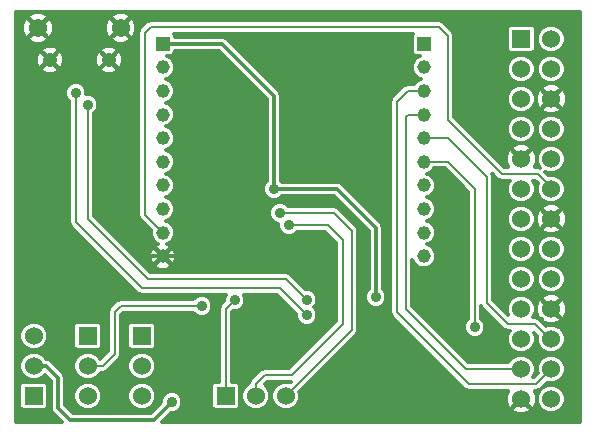
<source format=gbl>
G04 (created by PCBNEW (2013-jul-07)-stable) date ma 14. heinäkuuta 2014 13.19.26*
%MOIN*%
G04 Gerber Fmt 3.4, Leading zero omitted, Abs format*
%FSLAX34Y34*%
G01*
G70*
G90*
G04 APERTURE LIST*
%ADD10C,0.00590551*%
%ADD11R,0.06X0.06*%
%ADD12C,0.06*%
%ADD13C,0.0453*%
%ADD14R,0.0453X0.0453*%
%ADD15C,0.0492*%
%ADD16C,0.061*%
%ADD17C,0.035*%
%ADD18C,0.012*%
%ADD19C,0.008*%
%ADD20C,0.011811*%
G04 APERTURE END LIST*
G54D10*
G54D11*
X22500Y-22900D03*
G54D12*
X22500Y-21900D03*
X22500Y-20900D03*
G54D11*
X26100Y-20900D03*
G54D12*
X26100Y-21900D03*
X26100Y-22900D03*
G54D11*
X24300Y-20900D03*
G54D12*
X24300Y-21900D03*
X24300Y-22900D03*
G54D11*
X38750Y-11000D03*
G54D12*
X39750Y-11000D03*
X38750Y-12000D03*
X39750Y-12000D03*
X38750Y-13000D03*
X39750Y-13000D03*
X38750Y-14000D03*
X39750Y-14000D03*
X38750Y-15000D03*
X39750Y-15000D03*
X38750Y-16000D03*
X39750Y-16000D03*
X38750Y-17000D03*
X39750Y-17000D03*
X38750Y-18000D03*
X39750Y-18000D03*
X38750Y-19000D03*
X39750Y-19000D03*
X38750Y-20000D03*
X39750Y-20000D03*
X38750Y-21000D03*
X39750Y-21000D03*
X38750Y-22000D03*
X39750Y-22000D03*
X38750Y-23000D03*
X39750Y-23000D03*
G54D13*
X26800Y-18243D03*
X26800Y-15094D03*
X26800Y-15881D03*
X26800Y-16669D03*
X26800Y-17456D03*
X26800Y-14306D03*
X26800Y-13519D03*
X26800Y-12731D03*
G54D14*
X26800Y-11157D03*
G54D13*
X26800Y-11944D03*
X35500Y-18243D03*
X35500Y-15094D03*
X35500Y-15881D03*
X35500Y-16669D03*
X35500Y-17456D03*
X35500Y-14306D03*
X35500Y-13519D03*
X35500Y-12731D03*
G54D14*
X35500Y-11157D03*
G54D13*
X35500Y-11944D03*
G54D15*
X23031Y-11692D03*
X24999Y-11692D03*
G54D16*
X22637Y-10629D03*
X25393Y-10629D03*
G54D11*
X28900Y-22900D03*
G54D12*
X29900Y-22900D03*
X30900Y-22900D03*
G54D17*
X30500Y-16000D03*
X33900Y-19600D03*
X27100Y-23100D03*
X37200Y-20600D03*
X24700Y-14700D03*
X33500Y-17500D03*
X33500Y-19300D03*
X29000Y-18400D03*
X28100Y-19900D03*
X31600Y-20200D03*
X23900Y-12800D03*
X29200Y-19700D03*
X31000Y-17200D03*
X30700Y-16800D03*
X24300Y-13200D03*
X31600Y-19700D03*
G54D18*
X33900Y-19200D02*
X33900Y-19100D01*
X32600Y-16000D02*
X30500Y-16000D01*
X33900Y-17300D02*
X32600Y-16000D01*
X33900Y-19100D02*
X33900Y-17300D01*
X33900Y-19600D02*
X33900Y-19200D01*
X28757Y-11157D02*
X26800Y-11157D01*
X30500Y-16000D02*
X30500Y-12900D01*
X30500Y-12900D02*
X28757Y-11157D01*
X22900Y-21900D02*
X22500Y-21900D01*
X23300Y-22300D02*
X22900Y-21900D01*
X23300Y-23300D02*
X23300Y-22300D01*
X23700Y-23700D02*
X23300Y-23300D01*
X26500Y-23700D02*
X23700Y-23700D01*
X27100Y-23100D02*
X26500Y-23700D01*
G54D19*
X35500Y-13519D02*
X34981Y-13519D01*
X36900Y-22000D02*
X38750Y-22000D01*
X34900Y-20000D02*
X36900Y-22000D01*
X34900Y-13600D02*
X34900Y-20000D01*
X34981Y-13519D02*
X34900Y-13600D01*
X35500Y-12731D02*
X34969Y-12731D01*
X39250Y-22500D02*
X39750Y-22000D01*
X37000Y-22500D02*
X39250Y-22500D01*
X34600Y-20100D02*
X37000Y-22500D01*
X34600Y-13100D02*
X34600Y-20100D01*
X34969Y-12731D02*
X34600Y-13100D01*
X39750Y-16000D02*
X39750Y-15950D01*
X26200Y-16856D02*
X26800Y-17456D01*
X26200Y-10800D02*
X26200Y-16856D01*
X26400Y-10600D02*
X26200Y-10800D01*
X36000Y-10600D02*
X26400Y-10600D01*
X36300Y-10900D02*
X36000Y-10600D01*
X36300Y-13700D02*
X36300Y-10900D01*
X38100Y-15500D02*
X36300Y-13700D01*
X39300Y-15500D02*
X38100Y-15500D01*
X39750Y-15950D02*
X39300Y-15500D01*
X39750Y-21000D02*
X39700Y-21000D01*
X36306Y-14306D02*
X35500Y-14306D01*
X37600Y-15600D02*
X36306Y-14306D01*
X37600Y-19800D02*
X37600Y-15600D01*
X38300Y-20500D02*
X37600Y-19800D01*
X39200Y-20500D02*
X38300Y-20500D01*
X39700Y-21000D02*
X39200Y-20500D01*
X35500Y-15094D02*
X36294Y-15094D01*
X37200Y-16000D02*
X37200Y-20600D01*
X36294Y-15094D02*
X37200Y-16000D01*
G54D18*
X26800Y-18243D02*
X26043Y-18243D01*
X24700Y-14700D02*
X25400Y-15400D01*
X25400Y-15400D02*
X25400Y-17600D01*
X26043Y-18243D02*
X25400Y-17600D01*
G54D19*
X33500Y-19300D02*
X33500Y-17500D01*
G54D18*
X26800Y-18243D02*
X28843Y-18243D01*
X28843Y-18243D02*
X29000Y-18400D01*
G54D19*
X24800Y-21900D02*
X24300Y-21900D01*
X25200Y-21500D02*
X24800Y-21900D01*
X25200Y-20100D02*
X25200Y-21500D01*
X25400Y-19900D02*
X25200Y-20100D01*
X28100Y-19900D02*
X25400Y-19900D01*
X30700Y-19300D02*
X31600Y-20200D01*
X26100Y-19300D02*
X30700Y-19300D01*
X23900Y-17100D02*
X26100Y-19300D01*
X23900Y-12800D02*
X23900Y-17100D01*
X28900Y-20000D02*
X28900Y-22900D01*
X29200Y-19700D02*
X28900Y-20000D01*
X29900Y-22500D02*
X29900Y-22900D01*
X30200Y-22200D02*
X29900Y-22500D01*
X31100Y-22200D02*
X30200Y-22200D01*
X32800Y-20500D02*
X31100Y-22200D01*
X32800Y-17700D02*
X32800Y-20500D01*
X32300Y-17200D02*
X32800Y-17700D01*
X31000Y-17200D02*
X32300Y-17200D01*
X33100Y-20700D02*
X30900Y-22900D01*
X33100Y-17400D02*
X33100Y-20700D01*
X32500Y-16800D02*
X33100Y-17400D01*
X30700Y-16800D02*
X32500Y-16800D01*
X24300Y-17000D02*
X24300Y-13200D01*
X26300Y-19000D02*
X24300Y-17000D01*
X30900Y-19000D02*
X26300Y-19000D01*
X31600Y-19700D02*
X30900Y-19000D01*
G54D10*
G36*
X40692Y-23763D02*
X40266Y-23763D01*
X40266Y-19898D01*
X40266Y-16898D01*
X40266Y-12898D01*
X40227Y-12802D01*
X40227Y-11905D01*
X40227Y-10905D01*
X40154Y-10730D01*
X40020Y-10595D01*
X39845Y-10522D01*
X39655Y-10522D01*
X39480Y-10595D01*
X39345Y-10729D01*
X39272Y-10904D01*
X39272Y-11094D01*
X39345Y-11269D01*
X39479Y-11404D01*
X39654Y-11477D01*
X39844Y-11477D01*
X40019Y-11404D01*
X40154Y-11270D01*
X40227Y-11095D01*
X40227Y-10905D01*
X40227Y-11905D01*
X40154Y-11730D01*
X40020Y-11595D01*
X39845Y-11522D01*
X39655Y-11522D01*
X39480Y-11595D01*
X39345Y-11729D01*
X39272Y-11904D01*
X39272Y-12094D01*
X39345Y-12269D01*
X39479Y-12404D01*
X39654Y-12477D01*
X39844Y-12477D01*
X40019Y-12404D01*
X40154Y-12270D01*
X40227Y-12095D01*
X40227Y-11905D01*
X40227Y-12802D01*
X40188Y-12708D01*
X40187Y-12706D01*
X40097Y-12680D01*
X40069Y-12707D01*
X40069Y-12652D01*
X40043Y-12562D01*
X39853Y-12483D01*
X39648Y-12483D01*
X39458Y-12561D01*
X39456Y-12562D01*
X39430Y-12652D01*
X39750Y-12972D01*
X40069Y-12652D01*
X40069Y-12707D01*
X39777Y-13000D01*
X40097Y-13319D01*
X40187Y-13293D01*
X40266Y-13103D01*
X40266Y-12898D01*
X40266Y-16898D01*
X40188Y-16708D01*
X40187Y-16706D01*
X40097Y-16680D01*
X40069Y-16707D01*
X40069Y-16652D01*
X40043Y-16562D01*
X39853Y-16483D01*
X39648Y-16483D01*
X39458Y-16561D01*
X39456Y-16562D01*
X39430Y-16652D01*
X39750Y-16972D01*
X40069Y-16652D01*
X40069Y-16707D01*
X39777Y-17000D01*
X40097Y-17319D01*
X40187Y-17293D01*
X40266Y-17103D01*
X40266Y-16898D01*
X40266Y-19898D01*
X40227Y-19802D01*
X40227Y-18905D01*
X40227Y-17905D01*
X40154Y-17730D01*
X40069Y-17645D01*
X40069Y-17347D01*
X39750Y-17027D01*
X39722Y-17055D01*
X39722Y-17000D01*
X39402Y-16680D01*
X39312Y-16706D01*
X39233Y-16896D01*
X39233Y-17101D01*
X39311Y-17291D01*
X39312Y-17293D01*
X39402Y-17319D01*
X39722Y-17000D01*
X39722Y-17055D01*
X39430Y-17347D01*
X39456Y-17437D01*
X39646Y-17516D01*
X39851Y-17516D01*
X40041Y-17438D01*
X40043Y-17437D01*
X40069Y-17347D01*
X40069Y-17645D01*
X40020Y-17595D01*
X39845Y-17522D01*
X39655Y-17522D01*
X39480Y-17595D01*
X39345Y-17729D01*
X39272Y-17904D01*
X39272Y-18094D01*
X39345Y-18269D01*
X39479Y-18404D01*
X39654Y-18477D01*
X39844Y-18477D01*
X40019Y-18404D01*
X40154Y-18270D01*
X40227Y-18095D01*
X40227Y-17905D01*
X40227Y-18905D01*
X40154Y-18730D01*
X40020Y-18595D01*
X39845Y-18522D01*
X39655Y-18522D01*
X39480Y-18595D01*
X39345Y-18729D01*
X39272Y-18904D01*
X39272Y-19094D01*
X39345Y-19269D01*
X39479Y-19404D01*
X39654Y-19477D01*
X39844Y-19477D01*
X40019Y-19404D01*
X40154Y-19270D01*
X40227Y-19095D01*
X40227Y-18905D01*
X40227Y-19802D01*
X40188Y-19708D01*
X40187Y-19706D01*
X40097Y-19680D01*
X40069Y-19707D01*
X40069Y-19652D01*
X40043Y-19562D01*
X39853Y-19483D01*
X39648Y-19483D01*
X39458Y-19561D01*
X39456Y-19562D01*
X39430Y-19652D01*
X39750Y-19972D01*
X40069Y-19652D01*
X40069Y-19707D01*
X39777Y-20000D01*
X40097Y-20319D01*
X40187Y-20293D01*
X40266Y-20103D01*
X40266Y-19898D01*
X40266Y-23763D01*
X40227Y-23763D01*
X40227Y-22905D01*
X40227Y-21905D01*
X40154Y-21730D01*
X40020Y-21595D01*
X39845Y-21522D01*
X39655Y-21522D01*
X39480Y-21595D01*
X39345Y-21729D01*
X39272Y-21904D01*
X39272Y-22094D01*
X39294Y-22148D01*
X39160Y-22282D01*
X39142Y-22282D01*
X39154Y-22270D01*
X39227Y-22095D01*
X39227Y-21905D01*
X39154Y-21730D01*
X39020Y-21595D01*
X38845Y-21522D01*
X38655Y-21522D01*
X38480Y-21595D01*
X38345Y-21729D01*
X38323Y-21782D01*
X36989Y-21782D01*
X35117Y-19910D01*
X35117Y-18373D01*
X35157Y-18471D01*
X35271Y-18585D01*
X35419Y-18646D01*
X35579Y-18646D01*
X35728Y-18585D01*
X35842Y-18471D01*
X35903Y-18323D01*
X35903Y-18163D01*
X35842Y-18014D01*
X35728Y-17900D01*
X35604Y-17849D01*
X35728Y-17798D01*
X35842Y-17684D01*
X35903Y-17536D01*
X35903Y-17376D01*
X35842Y-17227D01*
X35728Y-17113D01*
X35604Y-17062D01*
X35728Y-17011D01*
X35842Y-16897D01*
X35903Y-16749D01*
X35903Y-16589D01*
X35842Y-16440D01*
X35728Y-16326D01*
X35603Y-16274D01*
X35728Y-16223D01*
X35842Y-16109D01*
X35903Y-15961D01*
X35903Y-15801D01*
X35842Y-15652D01*
X35728Y-15538D01*
X35604Y-15487D01*
X35728Y-15436D01*
X35842Y-15322D01*
X35846Y-15311D01*
X36204Y-15311D01*
X36982Y-16089D01*
X36982Y-20319D01*
X36901Y-20400D01*
X36847Y-20529D01*
X36847Y-20669D01*
X36901Y-20799D01*
X37000Y-20898D01*
X37129Y-20952D01*
X37269Y-20952D01*
X37399Y-20898D01*
X37498Y-20799D01*
X37552Y-20670D01*
X37552Y-20530D01*
X37498Y-20400D01*
X37417Y-20319D01*
X37417Y-19909D01*
X37446Y-19953D01*
X38146Y-20653D01*
X38146Y-20653D01*
X38193Y-20685D01*
X38216Y-20700D01*
X38216Y-20700D01*
X38299Y-20717D01*
X38300Y-20717D01*
X38357Y-20717D01*
X38345Y-20729D01*
X38272Y-20904D01*
X38272Y-21094D01*
X38345Y-21269D01*
X38479Y-21404D01*
X38654Y-21477D01*
X38844Y-21477D01*
X39019Y-21404D01*
X39154Y-21270D01*
X39227Y-21095D01*
X39227Y-20905D01*
X39177Y-20784D01*
X39280Y-20887D01*
X39272Y-20904D01*
X39272Y-21094D01*
X39345Y-21269D01*
X39479Y-21404D01*
X39654Y-21477D01*
X39844Y-21477D01*
X40019Y-21404D01*
X40154Y-21270D01*
X40227Y-21095D01*
X40227Y-20905D01*
X40154Y-20730D01*
X40069Y-20645D01*
X40020Y-20595D01*
X39845Y-20522D01*
X39655Y-20522D01*
X39566Y-20559D01*
X39392Y-20385D01*
X39430Y-20347D01*
X39456Y-20437D01*
X39646Y-20516D01*
X39851Y-20516D01*
X40041Y-20438D01*
X40043Y-20437D01*
X40069Y-20347D01*
X39750Y-20027D01*
X39744Y-20033D01*
X39722Y-20011D01*
X39716Y-20005D01*
X39722Y-20000D01*
X39402Y-19680D01*
X39312Y-19706D01*
X39233Y-19896D01*
X39233Y-20101D01*
X39311Y-20291D01*
X39312Y-20293D01*
X39402Y-20319D01*
X39364Y-20357D01*
X39353Y-20346D01*
X39283Y-20299D01*
X39200Y-20282D01*
X39142Y-20282D01*
X39154Y-20270D01*
X39227Y-20095D01*
X39227Y-19905D01*
X39227Y-18905D01*
X39227Y-17905D01*
X39227Y-16905D01*
X39154Y-16730D01*
X39020Y-16595D01*
X38845Y-16522D01*
X38655Y-16522D01*
X38480Y-16595D01*
X38345Y-16729D01*
X38272Y-16904D01*
X38272Y-17094D01*
X38345Y-17269D01*
X38479Y-17404D01*
X38654Y-17477D01*
X38844Y-17477D01*
X39019Y-17404D01*
X39154Y-17270D01*
X39227Y-17095D01*
X39227Y-16905D01*
X39227Y-17905D01*
X39154Y-17730D01*
X39020Y-17595D01*
X38845Y-17522D01*
X38655Y-17522D01*
X38480Y-17595D01*
X38345Y-17729D01*
X38272Y-17904D01*
X38272Y-18094D01*
X38345Y-18269D01*
X38479Y-18404D01*
X38654Y-18477D01*
X38844Y-18477D01*
X39019Y-18404D01*
X39154Y-18270D01*
X39227Y-18095D01*
X39227Y-17905D01*
X39227Y-18905D01*
X39154Y-18730D01*
X39020Y-18595D01*
X38845Y-18522D01*
X38655Y-18522D01*
X38480Y-18595D01*
X38345Y-18729D01*
X38272Y-18904D01*
X38272Y-19094D01*
X38345Y-19269D01*
X38479Y-19404D01*
X38654Y-19477D01*
X38844Y-19477D01*
X39019Y-19404D01*
X39154Y-19270D01*
X39227Y-19095D01*
X39227Y-18905D01*
X39227Y-19905D01*
X39154Y-19730D01*
X39020Y-19595D01*
X38845Y-19522D01*
X38655Y-19522D01*
X38480Y-19595D01*
X38345Y-19729D01*
X38272Y-19904D01*
X38272Y-20094D01*
X38322Y-20215D01*
X37817Y-19710D01*
X37817Y-15600D01*
X37800Y-15516D01*
X37800Y-15516D01*
X37785Y-15493D01*
X37782Y-15489D01*
X37946Y-15653D01*
X38016Y-15700D01*
X38016Y-15700D01*
X38100Y-15717D01*
X38357Y-15717D01*
X38345Y-15729D01*
X38272Y-15904D01*
X38272Y-16094D01*
X38345Y-16269D01*
X38479Y-16404D01*
X38654Y-16477D01*
X38844Y-16477D01*
X39019Y-16404D01*
X39154Y-16270D01*
X39227Y-16095D01*
X39227Y-15905D01*
X39154Y-15730D01*
X39141Y-15717D01*
X39210Y-15717D01*
X39309Y-15816D01*
X39272Y-15904D01*
X39272Y-16094D01*
X39345Y-16269D01*
X39479Y-16404D01*
X39654Y-16477D01*
X39844Y-16477D01*
X40019Y-16404D01*
X40154Y-16270D01*
X40227Y-16095D01*
X40227Y-15905D01*
X40154Y-15730D01*
X40020Y-15595D01*
X39845Y-15522D01*
X39655Y-15522D01*
X39637Y-15530D01*
X39534Y-15427D01*
X39654Y-15477D01*
X39844Y-15477D01*
X40019Y-15404D01*
X40154Y-15270D01*
X40227Y-15095D01*
X40227Y-14905D01*
X40227Y-13905D01*
X40154Y-13730D01*
X40069Y-13645D01*
X40069Y-13347D01*
X39750Y-13027D01*
X39722Y-13055D01*
X39722Y-13000D01*
X39402Y-12680D01*
X39312Y-12706D01*
X39233Y-12896D01*
X39233Y-13101D01*
X39311Y-13291D01*
X39312Y-13293D01*
X39402Y-13319D01*
X39722Y-13000D01*
X39722Y-13055D01*
X39430Y-13347D01*
X39456Y-13437D01*
X39646Y-13516D01*
X39851Y-13516D01*
X40041Y-13438D01*
X40043Y-13437D01*
X40069Y-13347D01*
X40069Y-13645D01*
X40020Y-13595D01*
X39845Y-13522D01*
X39655Y-13522D01*
X39480Y-13595D01*
X39345Y-13729D01*
X39272Y-13904D01*
X39272Y-14094D01*
X39345Y-14269D01*
X39479Y-14404D01*
X39654Y-14477D01*
X39844Y-14477D01*
X40019Y-14404D01*
X40154Y-14270D01*
X40227Y-14095D01*
X40227Y-13905D01*
X40227Y-14905D01*
X40154Y-14730D01*
X40020Y-14595D01*
X39845Y-14522D01*
X39655Y-14522D01*
X39480Y-14595D01*
X39345Y-14729D01*
X39272Y-14904D01*
X39272Y-15094D01*
X39345Y-15269D01*
X39372Y-15297D01*
X39300Y-15282D01*
X39191Y-15282D01*
X39266Y-15103D01*
X39266Y-14898D01*
X39227Y-14802D01*
X39227Y-13905D01*
X39227Y-12905D01*
X39227Y-11905D01*
X39227Y-11905D01*
X39227Y-11264D01*
X39227Y-10664D01*
X39200Y-10599D01*
X39150Y-10549D01*
X39085Y-10522D01*
X39014Y-10522D01*
X38414Y-10522D01*
X38349Y-10549D01*
X38299Y-10599D01*
X38272Y-10664D01*
X38272Y-10735D01*
X38272Y-11335D01*
X38299Y-11400D01*
X38349Y-11450D01*
X38414Y-11477D01*
X38485Y-11477D01*
X39085Y-11477D01*
X39150Y-11450D01*
X39200Y-11400D01*
X39227Y-11335D01*
X39227Y-11264D01*
X39227Y-11905D01*
X39154Y-11730D01*
X39020Y-11595D01*
X38845Y-11522D01*
X38655Y-11522D01*
X38480Y-11595D01*
X38345Y-11729D01*
X38272Y-11904D01*
X38272Y-12094D01*
X38345Y-12269D01*
X38479Y-12404D01*
X38654Y-12477D01*
X38844Y-12477D01*
X39019Y-12404D01*
X39154Y-12270D01*
X39227Y-12095D01*
X39227Y-11905D01*
X39227Y-12905D01*
X39154Y-12730D01*
X39020Y-12595D01*
X38845Y-12522D01*
X38655Y-12522D01*
X38480Y-12595D01*
X38345Y-12729D01*
X38272Y-12904D01*
X38272Y-13094D01*
X38345Y-13269D01*
X38479Y-13404D01*
X38654Y-13477D01*
X38844Y-13477D01*
X39019Y-13404D01*
X39154Y-13270D01*
X39227Y-13095D01*
X39227Y-12905D01*
X39227Y-13905D01*
X39154Y-13730D01*
X39020Y-13595D01*
X38845Y-13522D01*
X38655Y-13522D01*
X38480Y-13595D01*
X38345Y-13729D01*
X38272Y-13904D01*
X38272Y-14094D01*
X38345Y-14269D01*
X38479Y-14404D01*
X38654Y-14477D01*
X38844Y-14477D01*
X39019Y-14404D01*
X39154Y-14270D01*
X39227Y-14095D01*
X39227Y-13905D01*
X39227Y-14802D01*
X39188Y-14708D01*
X39187Y-14706D01*
X39097Y-14680D01*
X39069Y-14707D01*
X39069Y-14652D01*
X39043Y-14562D01*
X38853Y-14483D01*
X38648Y-14483D01*
X38458Y-14561D01*
X38456Y-14562D01*
X38430Y-14652D01*
X38750Y-14972D01*
X39069Y-14652D01*
X39069Y-14707D01*
X38777Y-15000D01*
X38783Y-15005D01*
X38755Y-15033D01*
X38750Y-15027D01*
X38744Y-15033D01*
X38716Y-15005D01*
X38722Y-15000D01*
X38402Y-14680D01*
X38312Y-14706D01*
X38233Y-14896D01*
X38233Y-15101D01*
X38307Y-15282D01*
X38189Y-15282D01*
X36517Y-13610D01*
X36517Y-10900D01*
X36517Y-10899D01*
X36500Y-10816D01*
X36500Y-10816D01*
X36485Y-10793D01*
X36453Y-10746D01*
X36453Y-10746D01*
X36153Y-10446D01*
X36083Y-10399D01*
X36000Y-10382D01*
X26400Y-10382D01*
X26316Y-10399D01*
X26246Y-10446D01*
X26046Y-10646D01*
X25999Y-10716D01*
X25982Y-10800D01*
X25982Y-16856D01*
X25999Y-16939D01*
X26046Y-17009D01*
X26401Y-17364D01*
X26396Y-17375D01*
X26396Y-17535D01*
X26457Y-17684D01*
X26571Y-17798D01*
X26643Y-17827D01*
X26550Y-17866D01*
X26533Y-17948D01*
X26800Y-18215D01*
X27066Y-17948D01*
X27049Y-17866D01*
X26956Y-17828D01*
X27028Y-17798D01*
X27142Y-17684D01*
X27203Y-17536D01*
X27203Y-17376D01*
X27142Y-17227D01*
X27028Y-17113D01*
X26904Y-17062D01*
X27028Y-17011D01*
X27142Y-16897D01*
X27203Y-16749D01*
X27203Y-16589D01*
X27142Y-16440D01*
X27028Y-16326D01*
X26903Y-16274D01*
X27028Y-16223D01*
X27142Y-16109D01*
X27203Y-15961D01*
X27203Y-15801D01*
X27142Y-15652D01*
X27028Y-15538D01*
X26904Y-15487D01*
X27028Y-15436D01*
X27142Y-15322D01*
X27203Y-15174D01*
X27203Y-15014D01*
X27142Y-14865D01*
X27028Y-14751D01*
X26903Y-14699D01*
X27028Y-14648D01*
X27142Y-14534D01*
X27203Y-14386D01*
X27203Y-14226D01*
X27142Y-14077D01*
X27028Y-13963D01*
X26904Y-13912D01*
X27028Y-13861D01*
X27142Y-13747D01*
X27203Y-13599D01*
X27203Y-13439D01*
X27142Y-13290D01*
X27028Y-13176D01*
X26903Y-13124D01*
X27028Y-13073D01*
X27142Y-12959D01*
X27203Y-12811D01*
X27203Y-12651D01*
X27142Y-12502D01*
X27028Y-12388D01*
X26904Y-12337D01*
X27028Y-12286D01*
X27142Y-12172D01*
X27203Y-12024D01*
X27203Y-11864D01*
X27142Y-11715D01*
X27028Y-11601D01*
X26929Y-11560D01*
X27061Y-11560D01*
X27126Y-11533D01*
X27176Y-11483D01*
X27203Y-11418D01*
X27203Y-11394D01*
X28658Y-11394D01*
X30262Y-12998D01*
X30262Y-15739D01*
X30201Y-15800D01*
X30147Y-15929D01*
X30147Y-16069D01*
X30201Y-16199D01*
X30300Y-16298D01*
X30429Y-16352D01*
X30569Y-16352D01*
X30699Y-16298D01*
X30760Y-16237D01*
X32501Y-16237D01*
X33662Y-17398D01*
X33662Y-19100D01*
X33662Y-19200D01*
X33662Y-19339D01*
X33601Y-19400D01*
X33547Y-19529D01*
X33547Y-19669D01*
X33601Y-19799D01*
X33700Y-19898D01*
X33829Y-19952D01*
X33969Y-19952D01*
X34099Y-19898D01*
X34198Y-19799D01*
X34252Y-19670D01*
X34252Y-19530D01*
X34198Y-19400D01*
X34137Y-19339D01*
X34137Y-19200D01*
X34137Y-19100D01*
X34137Y-17300D01*
X34119Y-17209D01*
X34119Y-17209D01*
X34067Y-17132D01*
X32767Y-15832D01*
X32690Y-15780D01*
X32600Y-15762D01*
X30760Y-15762D01*
X30737Y-15739D01*
X30737Y-12900D01*
X30719Y-12809D01*
X30719Y-12809D01*
X30702Y-12783D01*
X30667Y-12732D01*
X30667Y-12732D01*
X28924Y-10989D01*
X28847Y-10937D01*
X28757Y-10919D01*
X27203Y-10919D01*
X27203Y-10895D01*
X27176Y-10830D01*
X27163Y-10817D01*
X35136Y-10817D01*
X35123Y-10830D01*
X35096Y-10895D01*
X35096Y-10965D01*
X35096Y-11418D01*
X35123Y-11483D01*
X35173Y-11533D01*
X35238Y-11560D01*
X35308Y-11560D01*
X35370Y-11560D01*
X35271Y-11601D01*
X35157Y-11715D01*
X35096Y-11863D01*
X35096Y-12023D01*
X35157Y-12172D01*
X35271Y-12286D01*
X35395Y-12337D01*
X35271Y-12388D01*
X35157Y-12502D01*
X35153Y-12513D01*
X34969Y-12513D01*
X34885Y-12530D01*
X34862Y-12545D01*
X34815Y-12577D01*
X34446Y-12946D01*
X34399Y-13016D01*
X34382Y-13100D01*
X34382Y-20100D01*
X34399Y-20183D01*
X34446Y-20253D01*
X36846Y-22653D01*
X36846Y-22653D01*
X36916Y-22700D01*
X36916Y-22700D01*
X36999Y-22717D01*
X37000Y-22717D01*
X38308Y-22717D01*
X38233Y-22896D01*
X38233Y-23101D01*
X38311Y-23291D01*
X38312Y-23293D01*
X38402Y-23319D01*
X38722Y-23000D01*
X38716Y-22994D01*
X38744Y-22966D01*
X38750Y-22972D01*
X38755Y-22966D01*
X38783Y-22994D01*
X38777Y-23000D01*
X39097Y-23319D01*
X39187Y-23293D01*
X39266Y-23103D01*
X39266Y-22898D01*
X39192Y-22717D01*
X39250Y-22717D01*
X39333Y-22700D01*
X39403Y-22653D01*
X39601Y-22455D01*
X39654Y-22477D01*
X39844Y-22477D01*
X40019Y-22404D01*
X40154Y-22270D01*
X40227Y-22095D01*
X40227Y-21905D01*
X40227Y-22905D01*
X40154Y-22730D01*
X40020Y-22595D01*
X39845Y-22522D01*
X39655Y-22522D01*
X39480Y-22595D01*
X39345Y-22729D01*
X39272Y-22904D01*
X39272Y-23094D01*
X39345Y-23269D01*
X39479Y-23404D01*
X39654Y-23477D01*
X39844Y-23477D01*
X40019Y-23404D01*
X40154Y-23270D01*
X40227Y-23095D01*
X40227Y-22905D01*
X40227Y-23763D01*
X39069Y-23763D01*
X39069Y-23347D01*
X38750Y-23027D01*
X38430Y-23347D01*
X38456Y-23437D01*
X38646Y-23516D01*
X38851Y-23516D01*
X39041Y-23438D01*
X39043Y-23437D01*
X39069Y-23347D01*
X39069Y-23763D01*
X33317Y-23763D01*
X33317Y-20700D01*
X33317Y-17400D01*
X33300Y-17316D01*
X33300Y-17316D01*
X33253Y-17246D01*
X32653Y-16646D01*
X32583Y-16599D01*
X32500Y-16582D01*
X30980Y-16582D01*
X30899Y-16501D01*
X30770Y-16447D01*
X30630Y-16447D01*
X30500Y-16501D01*
X30401Y-16600D01*
X30347Y-16729D01*
X30347Y-16869D01*
X30401Y-16999D01*
X30500Y-17098D01*
X30629Y-17152D01*
X30647Y-17152D01*
X30647Y-17269D01*
X30701Y-17399D01*
X30800Y-17498D01*
X30929Y-17552D01*
X31069Y-17552D01*
X31199Y-17498D01*
X31280Y-17417D01*
X32210Y-17417D01*
X32582Y-17789D01*
X32582Y-20410D01*
X31952Y-21040D01*
X31952Y-20130D01*
X31898Y-20000D01*
X31848Y-19949D01*
X31898Y-19899D01*
X31952Y-19770D01*
X31952Y-19630D01*
X31898Y-19500D01*
X31799Y-19401D01*
X31670Y-19347D01*
X31554Y-19347D01*
X31053Y-18846D01*
X30983Y-18799D01*
X30900Y-18782D01*
X27243Y-18782D01*
X27243Y-18329D01*
X27242Y-18152D01*
X27176Y-17993D01*
X27094Y-17976D01*
X26827Y-18243D01*
X27094Y-18509D01*
X27176Y-18492D01*
X27243Y-18329D01*
X27243Y-18782D01*
X27066Y-18782D01*
X27066Y-18537D01*
X26800Y-18270D01*
X26772Y-18298D01*
X26772Y-18243D01*
X26505Y-17976D01*
X26423Y-17993D01*
X26356Y-18156D01*
X26357Y-18333D01*
X26423Y-18492D01*
X26505Y-18509D01*
X26772Y-18243D01*
X26772Y-18298D01*
X26533Y-18537D01*
X26550Y-18619D01*
X26713Y-18686D01*
X26890Y-18685D01*
X27049Y-18619D01*
X27066Y-18537D01*
X27066Y-18782D01*
X26389Y-18782D01*
X25915Y-18308D01*
X25915Y-10527D01*
X25836Y-10335D01*
X25835Y-10333D01*
X25745Y-10306D01*
X25717Y-10334D01*
X25717Y-10278D01*
X25690Y-10188D01*
X25498Y-10108D01*
X25291Y-10108D01*
X25099Y-10187D01*
X25097Y-10188D01*
X25070Y-10278D01*
X25393Y-10602D01*
X25717Y-10278D01*
X25717Y-10334D01*
X25421Y-10629D01*
X25745Y-10953D01*
X25835Y-10926D01*
X25915Y-10734D01*
X25915Y-10527D01*
X25915Y-18308D01*
X25717Y-18110D01*
X25717Y-10981D01*
X25393Y-10657D01*
X25365Y-10685D01*
X25365Y-10629D01*
X25042Y-10306D01*
X24952Y-10333D01*
X24872Y-10525D01*
X24871Y-10732D01*
X24950Y-10924D01*
X24952Y-10926D01*
X25042Y-10953D01*
X25365Y-10629D01*
X25365Y-10685D01*
X25070Y-10981D01*
X25097Y-11071D01*
X25288Y-11151D01*
X25496Y-11151D01*
X25688Y-11072D01*
X25690Y-11071D01*
X25717Y-10981D01*
X25717Y-18110D01*
X25462Y-17855D01*
X25462Y-11783D01*
X25462Y-11599D01*
X25392Y-11431D01*
X25308Y-11411D01*
X25280Y-11439D01*
X25280Y-11384D01*
X25260Y-11300D01*
X25090Y-11230D01*
X24906Y-11230D01*
X24738Y-11300D01*
X24718Y-11384D01*
X24999Y-11665D01*
X25280Y-11384D01*
X25280Y-11439D01*
X25027Y-11692D01*
X25308Y-11973D01*
X25392Y-11953D01*
X25462Y-11783D01*
X25462Y-17855D01*
X25280Y-17673D01*
X25280Y-12001D01*
X24999Y-11720D01*
X24971Y-11748D01*
X24971Y-11692D01*
X24690Y-11411D01*
X24606Y-11431D01*
X24536Y-11602D01*
X24537Y-11786D01*
X24606Y-11953D01*
X24690Y-11973D01*
X24971Y-11692D01*
X24971Y-11748D01*
X24718Y-12001D01*
X24738Y-12085D01*
X24908Y-12155D01*
X25092Y-12155D01*
X25260Y-12085D01*
X25280Y-12001D01*
X25280Y-17673D01*
X24517Y-16910D01*
X24517Y-13480D01*
X24598Y-13399D01*
X24652Y-13270D01*
X24652Y-13130D01*
X24598Y-13000D01*
X24499Y-12901D01*
X24370Y-12847D01*
X24252Y-12847D01*
X24252Y-12730D01*
X24198Y-12600D01*
X24099Y-12501D01*
X23970Y-12447D01*
X23830Y-12447D01*
X23700Y-12501D01*
X23601Y-12600D01*
X23547Y-12729D01*
X23547Y-12869D01*
X23601Y-12999D01*
X23682Y-13080D01*
X23682Y-17100D01*
X23699Y-17183D01*
X23746Y-17253D01*
X25946Y-19453D01*
X26016Y-19500D01*
X26016Y-19500D01*
X26100Y-19517D01*
X28894Y-19517D01*
X28847Y-19629D01*
X28847Y-19745D01*
X28746Y-19846D01*
X28699Y-19916D01*
X28682Y-20000D01*
X28682Y-22422D01*
X28564Y-22422D01*
X28499Y-22449D01*
X28452Y-22497D01*
X28452Y-19830D01*
X28398Y-19700D01*
X28299Y-19601D01*
X28170Y-19547D01*
X28030Y-19547D01*
X27900Y-19601D01*
X27819Y-19682D01*
X25400Y-19682D01*
X25316Y-19699D01*
X25246Y-19746D01*
X25046Y-19946D01*
X24999Y-20016D01*
X24982Y-20100D01*
X24982Y-21410D01*
X24777Y-21615D01*
X24777Y-21164D01*
X24777Y-20564D01*
X24750Y-20499D01*
X24700Y-20449D01*
X24635Y-20422D01*
X24564Y-20422D01*
X23964Y-20422D01*
X23899Y-20449D01*
X23849Y-20499D01*
X23822Y-20564D01*
X23822Y-20635D01*
X23822Y-21235D01*
X23849Y-21300D01*
X23899Y-21350D01*
X23964Y-21377D01*
X24035Y-21377D01*
X24635Y-21377D01*
X24700Y-21350D01*
X24750Y-21300D01*
X24777Y-21235D01*
X24777Y-21164D01*
X24777Y-21615D01*
X24721Y-21671D01*
X24704Y-21630D01*
X24570Y-21495D01*
X24395Y-21422D01*
X24205Y-21422D01*
X24030Y-21495D01*
X23895Y-21629D01*
X23822Y-21804D01*
X23822Y-21994D01*
X23895Y-22169D01*
X24029Y-22304D01*
X24204Y-22377D01*
X24394Y-22377D01*
X24569Y-22304D01*
X24704Y-22170D01*
X24726Y-22117D01*
X24800Y-22117D01*
X24883Y-22100D01*
X24953Y-22053D01*
X25353Y-21653D01*
X25353Y-21653D01*
X25353Y-21653D01*
X25400Y-21583D01*
X25400Y-21583D01*
X25417Y-21500D01*
X25417Y-21500D01*
X25417Y-20189D01*
X25489Y-20117D01*
X27819Y-20117D01*
X27900Y-20198D01*
X28029Y-20252D01*
X28169Y-20252D01*
X28299Y-20198D01*
X28398Y-20099D01*
X28452Y-19970D01*
X28452Y-19830D01*
X28452Y-22497D01*
X28449Y-22499D01*
X28422Y-22564D01*
X28422Y-22635D01*
X28422Y-23235D01*
X28449Y-23300D01*
X28499Y-23350D01*
X28564Y-23377D01*
X28635Y-23377D01*
X29235Y-23377D01*
X29300Y-23350D01*
X29350Y-23300D01*
X29377Y-23235D01*
X29377Y-23164D01*
X29377Y-22564D01*
X29350Y-22499D01*
X29300Y-22449D01*
X29235Y-22422D01*
X29164Y-22422D01*
X29117Y-22422D01*
X29117Y-20089D01*
X29154Y-20052D01*
X29269Y-20052D01*
X29399Y-19998D01*
X29498Y-19899D01*
X29552Y-19770D01*
X29552Y-19630D01*
X29505Y-19517D01*
X30610Y-19517D01*
X31247Y-20154D01*
X31247Y-20269D01*
X31301Y-20399D01*
X31400Y-20498D01*
X31529Y-20552D01*
X31669Y-20552D01*
X31799Y-20498D01*
X31898Y-20399D01*
X31952Y-20270D01*
X31952Y-20130D01*
X31952Y-21040D01*
X31010Y-21982D01*
X30200Y-21982D01*
X30116Y-21999D01*
X30093Y-22014D01*
X30046Y-22046D01*
X29746Y-22346D01*
X29699Y-22416D01*
X29688Y-22471D01*
X29630Y-22495D01*
X29495Y-22629D01*
X29422Y-22804D01*
X29422Y-22994D01*
X29495Y-23169D01*
X29629Y-23304D01*
X29804Y-23377D01*
X29994Y-23377D01*
X30169Y-23304D01*
X30304Y-23170D01*
X30377Y-22995D01*
X30377Y-22805D01*
X30304Y-22630D01*
X30191Y-22516D01*
X30289Y-22417D01*
X31075Y-22417D01*
X31048Y-22444D01*
X30995Y-22422D01*
X30805Y-22422D01*
X30630Y-22495D01*
X30495Y-22629D01*
X30422Y-22804D01*
X30422Y-22994D01*
X30495Y-23169D01*
X30629Y-23304D01*
X30804Y-23377D01*
X30994Y-23377D01*
X31169Y-23304D01*
X31304Y-23170D01*
X31377Y-22995D01*
X31377Y-22805D01*
X31355Y-22751D01*
X33253Y-20853D01*
X33300Y-20783D01*
X33300Y-20783D01*
X33317Y-20700D01*
X33317Y-23763D01*
X26771Y-23763D01*
X27083Y-23452D01*
X27169Y-23452D01*
X27299Y-23398D01*
X27398Y-23299D01*
X27452Y-23170D01*
X27452Y-23030D01*
X27398Y-22900D01*
X27299Y-22801D01*
X27170Y-22747D01*
X27030Y-22747D01*
X26900Y-22801D01*
X26801Y-22900D01*
X26747Y-23029D01*
X26747Y-23116D01*
X26577Y-23287D01*
X26577Y-22805D01*
X26577Y-21805D01*
X26577Y-21805D01*
X26577Y-21164D01*
X26577Y-20564D01*
X26550Y-20499D01*
X26500Y-20449D01*
X26435Y-20422D01*
X26364Y-20422D01*
X25764Y-20422D01*
X25699Y-20449D01*
X25649Y-20499D01*
X25622Y-20564D01*
X25622Y-20635D01*
X25622Y-21235D01*
X25649Y-21300D01*
X25699Y-21350D01*
X25764Y-21377D01*
X25835Y-21377D01*
X26435Y-21377D01*
X26500Y-21350D01*
X26550Y-21300D01*
X26577Y-21235D01*
X26577Y-21164D01*
X26577Y-21805D01*
X26504Y-21630D01*
X26370Y-21495D01*
X26195Y-21422D01*
X26005Y-21422D01*
X25830Y-21495D01*
X25695Y-21629D01*
X25622Y-21804D01*
X25622Y-21994D01*
X25695Y-22169D01*
X25829Y-22304D01*
X26004Y-22377D01*
X26194Y-22377D01*
X26369Y-22304D01*
X26504Y-22170D01*
X26577Y-21995D01*
X26577Y-21805D01*
X26577Y-22805D01*
X26504Y-22630D01*
X26370Y-22495D01*
X26195Y-22422D01*
X26005Y-22422D01*
X25830Y-22495D01*
X25695Y-22629D01*
X25622Y-22804D01*
X25622Y-22994D01*
X25695Y-23169D01*
X25829Y-23304D01*
X26004Y-23377D01*
X26194Y-23377D01*
X26369Y-23304D01*
X26504Y-23170D01*
X26577Y-22995D01*
X26577Y-22805D01*
X26577Y-23287D01*
X26401Y-23462D01*
X24777Y-23462D01*
X24777Y-22805D01*
X24704Y-22630D01*
X24570Y-22495D01*
X24395Y-22422D01*
X24205Y-22422D01*
X24030Y-22495D01*
X23895Y-22629D01*
X23822Y-22804D01*
X23822Y-22994D01*
X23895Y-23169D01*
X24029Y-23304D01*
X24204Y-23377D01*
X24394Y-23377D01*
X24569Y-23304D01*
X24704Y-23170D01*
X24777Y-22995D01*
X24777Y-22805D01*
X24777Y-23462D01*
X23798Y-23462D01*
X23537Y-23201D01*
X23537Y-22300D01*
X23537Y-22299D01*
X23519Y-22209D01*
X23519Y-22209D01*
X23494Y-22172D01*
X23494Y-11783D01*
X23494Y-11599D01*
X23424Y-11431D01*
X23340Y-11411D01*
X23312Y-11439D01*
X23312Y-11384D01*
X23292Y-11300D01*
X23159Y-11245D01*
X23159Y-10527D01*
X23080Y-10335D01*
X23079Y-10333D01*
X22989Y-10306D01*
X22961Y-10334D01*
X22961Y-10278D01*
X22934Y-10188D01*
X22742Y-10108D01*
X22535Y-10108D01*
X22343Y-10187D01*
X22341Y-10188D01*
X22314Y-10278D01*
X22637Y-10602D01*
X22961Y-10278D01*
X22961Y-10334D01*
X22665Y-10629D01*
X22989Y-10953D01*
X23079Y-10926D01*
X23159Y-10734D01*
X23159Y-10527D01*
X23159Y-11245D01*
X23122Y-11230D01*
X22961Y-11230D01*
X22961Y-10981D01*
X22637Y-10657D01*
X22609Y-10685D01*
X22609Y-10629D01*
X22286Y-10306D01*
X22196Y-10333D01*
X22116Y-10525D01*
X22115Y-10732D01*
X22194Y-10924D01*
X22196Y-10926D01*
X22286Y-10953D01*
X22609Y-10629D01*
X22609Y-10685D01*
X22314Y-10981D01*
X22341Y-11071D01*
X22532Y-11151D01*
X22740Y-11151D01*
X22932Y-11072D01*
X22934Y-11071D01*
X22961Y-10981D01*
X22961Y-11230D01*
X22938Y-11230D01*
X22770Y-11300D01*
X22750Y-11384D01*
X23031Y-11665D01*
X23312Y-11384D01*
X23312Y-11439D01*
X23059Y-11692D01*
X23340Y-11973D01*
X23424Y-11953D01*
X23494Y-11783D01*
X23494Y-22172D01*
X23493Y-22170D01*
X23467Y-22132D01*
X23467Y-22132D01*
X23312Y-21977D01*
X23312Y-12001D01*
X23031Y-11720D01*
X23003Y-11748D01*
X23003Y-11692D01*
X22722Y-11411D01*
X22638Y-11431D01*
X22568Y-11602D01*
X22569Y-11786D01*
X22638Y-11953D01*
X22722Y-11973D01*
X23003Y-11692D01*
X23003Y-11748D01*
X22750Y-12001D01*
X22770Y-12085D01*
X22940Y-12155D01*
X23124Y-12155D01*
X23292Y-12085D01*
X23312Y-12001D01*
X23312Y-21977D01*
X23067Y-21732D01*
X22990Y-21680D01*
X22977Y-21678D01*
X22977Y-20805D01*
X22904Y-20630D01*
X22770Y-20495D01*
X22595Y-20422D01*
X22405Y-20422D01*
X22230Y-20495D01*
X22095Y-20629D01*
X22022Y-20804D01*
X22022Y-20994D01*
X22095Y-21169D01*
X22229Y-21304D01*
X22404Y-21377D01*
X22594Y-21377D01*
X22769Y-21304D01*
X22904Y-21170D01*
X22977Y-20995D01*
X22977Y-20805D01*
X22977Y-21678D01*
X22919Y-21666D01*
X22904Y-21630D01*
X22770Y-21495D01*
X22595Y-21422D01*
X22405Y-21422D01*
X22230Y-21495D01*
X22095Y-21629D01*
X22022Y-21804D01*
X22022Y-21994D01*
X22095Y-22169D01*
X22229Y-22304D01*
X22404Y-22377D01*
X22594Y-22377D01*
X22769Y-22304D01*
X22869Y-22205D01*
X23062Y-22398D01*
X23062Y-23300D01*
X23080Y-23390D01*
X23132Y-23467D01*
X23428Y-23763D01*
X22977Y-23763D01*
X22977Y-23164D01*
X22977Y-22564D01*
X22950Y-22499D01*
X22900Y-22449D01*
X22835Y-22422D01*
X22764Y-22422D01*
X22164Y-22422D01*
X22099Y-22449D01*
X22049Y-22499D01*
X22022Y-22564D01*
X22022Y-22635D01*
X22022Y-23235D01*
X22049Y-23300D01*
X22099Y-23350D01*
X22164Y-23377D01*
X22235Y-23377D01*
X22835Y-23377D01*
X22900Y-23350D01*
X22950Y-23300D01*
X22977Y-23235D01*
X22977Y-23164D01*
X22977Y-23763D01*
X21905Y-23763D01*
X21905Y-10094D01*
X40692Y-10094D01*
X40692Y-23763D01*
X40692Y-23763D01*
G37*
G54D20*
X40692Y-23763D02*
X40266Y-23763D01*
X40266Y-19898D01*
X40266Y-16898D01*
X40266Y-12898D01*
X40227Y-12802D01*
X40227Y-11905D01*
X40227Y-10905D01*
X40154Y-10730D01*
X40020Y-10595D01*
X39845Y-10522D01*
X39655Y-10522D01*
X39480Y-10595D01*
X39345Y-10729D01*
X39272Y-10904D01*
X39272Y-11094D01*
X39345Y-11269D01*
X39479Y-11404D01*
X39654Y-11477D01*
X39844Y-11477D01*
X40019Y-11404D01*
X40154Y-11270D01*
X40227Y-11095D01*
X40227Y-10905D01*
X40227Y-11905D01*
X40154Y-11730D01*
X40020Y-11595D01*
X39845Y-11522D01*
X39655Y-11522D01*
X39480Y-11595D01*
X39345Y-11729D01*
X39272Y-11904D01*
X39272Y-12094D01*
X39345Y-12269D01*
X39479Y-12404D01*
X39654Y-12477D01*
X39844Y-12477D01*
X40019Y-12404D01*
X40154Y-12270D01*
X40227Y-12095D01*
X40227Y-11905D01*
X40227Y-12802D01*
X40188Y-12708D01*
X40187Y-12706D01*
X40097Y-12680D01*
X40069Y-12707D01*
X40069Y-12652D01*
X40043Y-12562D01*
X39853Y-12483D01*
X39648Y-12483D01*
X39458Y-12561D01*
X39456Y-12562D01*
X39430Y-12652D01*
X39750Y-12972D01*
X40069Y-12652D01*
X40069Y-12707D01*
X39777Y-13000D01*
X40097Y-13319D01*
X40187Y-13293D01*
X40266Y-13103D01*
X40266Y-12898D01*
X40266Y-16898D01*
X40188Y-16708D01*
X40187Y-16706D01*
X40097Y-16680D01*
X40069Y-16707D01*
X40069Y-16652D01*
X40043Y-16562D01*
X39853Y-16483D01*
X39648Y-16483D01*
X39458Y-16561D01*
X39456Y-16562D01*
X39430Y-16652D01*
X39750Y-16972D01*
X40069Y-16652D01*
X40069Y-16707D01*
X39777Y-17000D01*
X40097Y-17319D01*
X40187Y-17293D01*
X40266Y-17103D01*
X40266Y-16898D01*
X40266Y-19898D01*
X40227Y-19802D01*
X40227Y-18905D01*
X40227Y-17905D01*
X40154Y-17730D01*
X40069Y-17645D01*
X40069Y-17347D01*
X39750Y-17027D01*
X39722Y-17055D01*
X39722Y-17000D01*
X39402Y-16680D01*
X39312Y-16706D01*
X39233Y-16896D01*
X39233Y-17101D01*
X39311Y-17291D01*
X39312Y-17293D01*
X39402Y-17319D01*
X39722Y-17000D01*
X39722Y-17055D01*
X39430Y-17347D01*
X39456Y-17437D01*
X39646Y-17516D01*
X39851Y-17516D01*
X40041Y-17438D01*
X40043Y-17437D01*
X40069Y-17347D01*
X40069Y-17645D01*
X40020Y-17595D01*
X39845Y-17522D01*
X39655Y-17522D01*
X39480Y-17595D01*
X39345Y-17729D01*
X39272Y-17904D01*
X39272Y-18094D01*
X39345Y-18269D01*
X39479Y-18404D01*
X39654Y-18477D01*
X39844Y-18477D01*
X40019Y-18404D01*
X40154Y-18270D01*
X40227Y-18095D01*
X40227Y-17905D01*
X40227Y-18905D01*
X40154Y-18730D01*
X40020Y-18595D01*
X39845Y-18522D01*
X39655Y-18522D01*
X39480Y-18595D01*
X39345Y-18729D01*
X39272Y-18904D01*
X39272Y-19094D01*
X39345Y-19269D01*
X39479Y-19404D01*
X39654Y-19477D01*
X39844Y-19477D01*
X40019Y-19404D01*
X40154Y-19270D01*
X40227Y-19095D01*
X40227Y-18905D01*
X40227Y-19802D01*
X40188Y-19708D01*
X40187Y-19706D01*
X40097Y-19680D01*
X40069Y-19707D01*
X40069Y-19652D01*
X40043Y-19562D01*
X39853Y-19483D01*
X39648Y-19483D01*
X39458Y-19561D01*
X39456Y-19562D01*
X39430Y-19652D01*
X39750Y-19972D01*
X40069Y-19652D01*
X40069Y-19707D01*
X39777Y-20000D01*
X40097Y-20319D01*
X40187Y-20293D01*
X40266Y-20103D01*
X40266Y-19898D01*
X40266Y-23763D01*
X40227Y-23763D01*
X40227Y-22905D01*
X40227Y-21905D01*
X40154Y-21730D01*
X40020Y-21595D01*
X39845Y-21522D01*
X39655Y-21522D01*
X39480Y-21595D01*
X39345Y-21729D01*
X39272Y-21904D01*
X39272Y-22094D01*
X39294Y-22148D01*
X39160Y-22282D01*
X39142Y-22282D01*
X39154Y-22270D01*
X39227Y-22095D01*
X39227Y-21905D01*
X39154Y-21730D01*
X39020Y-21595D01*
X38845Y-21522D01*
X38655Y-21522D01*
X38480Y-21595D01*
X38345Y-21729D01*
X38323Y-21782D01*
X36989Y-21782D01*
X35117Y-19910D01*
X35117Y-18373D01*
X35157Y-18471D01*
X35271Y-18585D01*
X35419Y-18646D01*
X35579Y-18646D01*
X35728Y-18585D01*
X35842Y-18471D01*
X35903Y-18323D01*
X35903Y-18163D01*
X35842Y-18014D01*
X35728Y-17900D01*
X35604Y-17849D01*
X35728Y-17798D01*
X35842Y-17684D01*
X35903Y-17536D01*
X35903Y-17376D01*
X35842Y-17227D01*
X35728Y-17113D01*
X35604Y-17062D01*
X35728Y-17011D01*
X35842Y-16897D01*
X35903Y-16749D01*
X35903Y-16589D01*
X35842Y-16440D01*
X35728Y-16326D01*
X35603Y-16274D01*
X35728Y-16223D01*
X35842Y-16109D01*
X35903Y-15961D01*
X35903Y-15801D01*
X35842Y-15652D01*
X35728Y-15538D01*
X35604Y-15487D01*
X35728Y-15436D01*
X35842Y-15322D01*
X35846Y-15311D01*
X36204Y-15311D01*
X36982Y-16089D01*
X36982Y-20319D01*
X36901Y-20400D01*
X36847Y-20529D01*
X36847Y-20669D01*
X36901Y-20799D01*
X37000Y-20898D01*
X37129Y-20952D01*
X37269Y-20952D01*
X37399Y-20898D01*
X37498Y-20799D01*
X37552Y-20670D01*
X37552Y-20530D01*
X37498Y-20400D01*
X37417Y-20319D01*
X37417Y-19909D01*
X37446Y-19953D01*
X38146Y-20653D01*
X38146Y-20653D01*
X38193Y-20685D01*
X38216Y-20700D01*
X38216Y-20700D01*
X38299Y-20717D01*
X38300Y-20717D01*
X38357Y-20717D01*
X38345Y-20729D01*
X38272Y-20904D01*
X38272Y-21094D01*
X38345Y-21269D01*
X38479Y-21404D01*
X38654Y-21477D01*
X38844Y-21477D01*
X39019Y-21404D01*
X39154Y-21270D01*
X39227Y-21095D01*
X39227Y-20905D01*
X39177Y-20784D01*
X39280Y-20887D01*
X39272Y-20904D01*
X39272Y-21094D01*
X39345Y-21269D01*
X39479Y-21404D01*
X39654Y-21477D01*
X39844Y-21477D01*
X40019Y-21404D01*
X40154Y-21270D01*
X40227Y-21095D01*
X40227Y-20905D01*
X40154Y-20730D01*
X40069Y-20645D01*
X40020Y-20595D01*
X39845Y-20522D01*
X39655Y-20522D01*
X39566Y-20559D01*
X39392Y-20385D01*
X39430Y-20347D01*
X39456Y-20437D01*
X39646Y-20516D01*
X39851Y-20516D01*
X40041Y-20438D01*
X40043Y-20437D01*
X40069Y-20347D01*
X39750Y-20027D01*
X39744Y-20033D01*
X39722Y-20011D01*
X39716Y-20005D01*
X39722Y-20000D01*
X39402Y-19680D01*
X39312Y-19706D01*
X39233Y-19896D01*
X39233Y-20101D01*
X39311Y-20291D01*
X39312Y-20293D01*
X39402Y-20319D01*
X39364Y-20357D01*
X39353Y-20346D01*
X39283Y-20299D01*
X39200Y-20282D01*
X39142Y-20282D01*
X39154Y-20270D01*
X39227Y-20095D01*
X39227Y-19905D01*
X39227Y-18905D01*
X39227Y-17905D01*
X39227Y-16905D01*
X39154Y-16730D01*
X39020Y-16595D01*
X38845Y-16522D01*
X38655Y-16522D01*
X38480Y-16595D01*
X38345Y-16729D01*
X38272Y-16904D01*
X38272Y-17094D01*
X38345Y-17269D01*
X38479Y-17404D01*
X38654Y-17477D01*
X38844Y-17477D01*
X39019Y-17404D01*
X39154Y-17270D01*
X39227Y-17095D01*
X39227Y-16905D01*
X39227Y-17905D01*
X39154Y-17730D01*
X39020Y-17595D01*
X38845Y-17522D01*
X38655Y-17522D01*
X38480Y-17595D01*
X38345Y-17729D01*
X38272Y-17904D01*
X38272Y-18094D01*
X38345Y-18269D01*
X38479Y-18404D01*
X38654Y-18477D01*
X38844Y-18477D01*
X39019Y-18404D01*
X39154Y-18270D01*
X39227Y-18095D01*
X39227Y-17905D01*
X39227Y-18905D01*
X39154Y-18730D01*
X39020Y-18595D01*
X38845Y-18522D01*
X38655Y-18522D01*
X38480Y-18595D01*
X38345Y-18729D01*
X38272Y-18904D01*
X38272Y-19094D01*
X38345Y-19269D01*
X38479Y-19404D01*
X38654Y-19477D01*
X38844Y-19477D01*
X39019Y-19404D01*
X39154Y-19270D01*
X39227Y-19095D01*
X39227Y-18905D01*
X39227Y-19905D01*
X39154Y-19730D01*
X39020Y-19595D01*
X38845Y-19522D01*
X38655Y-19522D01*
X38480Y-19595D01*
X38345Y-19729D01*
X38272Y-19904D01*
X38272Y-20094D01*
X38322Y-20215D01*
X37817Y-19710D01*
X37817Y-15600D01*
X37800Y-15516D01*
X37800Y-15516D01*
X37785Y-15493D01*
X37782Y-15489D01*
X37946Y-15653D01*
X38016Y-15700D01*
X38016Y-15700D01*
X38100Y-15717D01*
X38357Y-15717D01*
X38345Y-15729D01*
X38272Y-15904D01*
X38272Y-16094D01*
X38345Y-16269D01*
X38479Y-16404D01*
X38654Y-16477D01*
X38844Y-16477D01*
X39019Y-16404D01*
X39154Y-16270D01*
X39227Y-16095D01*
X39227Y-15905D01*
X39154Y-15730D01*
X39141Y-15717D01*
X39210Y-15717D01*
X39309Y-15816D01*
X39272Y-15904D01*
X39272Y-16094D01*
X39345Y-16269D01*
X39479Y-16404D01*
X39654Y-16477D01*
X39844Y-16477D01*
X40019Y-16404D01*
X40154Y-16270D01*
X40227Y-16095D01*
X40227Y-15905D01*
X40154Y-15730D01*
X40020Y-15595D01*
X39845Y-15522D01*
X39655Y-15522D01*
X39637Y-15530D01*
X39534Y-15427D01*
X39654Y-15477D01*
X39844Y-15477D01*
X40019Y-15404D01*
X40154Y-15270D01*
X40227Y-15095D01*
X40227Y-14905D01*
X40227Y-13905D01*
X40154Y-13730D01*
X40069Y-13645D01*
X40069Y-13347D01*
X39750Y-13027D01*
X39722Y-13055D01*
X39722Y-13000D01*
X39402Y-12680D01*
X39312Y-12706D01*
X39233Y-12896D01*
X39233Y-13101D01*
X39311Y-13291D01*
X39312Y-13293D01*
X39402Y-13319D01*
X39722Y-13000D01*
X39722Y-13055D01*
X39430Y-13347D01*
X39456Y-13437D01*
X39646Y-13516D01*
X39851Y-13516D01*
X40041Y-13438D01*
X40043Y-13437D01*
X40069Y-13347D01*
X40069Y-13645D01*
X40020Y-13595D01*
X39845Y-13522D01*
X39655Y-13522D01*
X39480Y-13595D01*
X39345Y-13729D01*
X39272Y-13904D01*
X39272Y-14094D01*
X39345Y-14269D01*
X39479Y-14404D01*
X39654Y-14477D01*
X39844Y-14477D01*
X40019Y-14404D01*
X40154Y-14270D01*
X40227Y-14095D01*
X40227Y-13905D01*
X40227Y-14905D01*
X40154Y-14730D01*
X40020Y-14595D01*
X39845Y-14522D01*
X39655Y-14522D01*
X39480Y-14595D01*
X39345Y-14729D01*
X39272Y-14904D01*
X39272Y-15094D01*
X39345Y-15269D01*
X39372Y-15297D01*
X39300Y-15282D01*
X39191Y-15282D01*
X39266Y-15103D01*
X39266Y-14898D01*
X39227Y-14802D01*
X39227Y-13905D01*
X39227Y-12905D01*
X39227Y-11905D01*
X39227Y-11905D01*
X39227Y-11264D01*
X39227Y-10664D01*
X39200Y-10599D01*
X39150Y-10549D01*
X39085Y-10522D01*
X39014Y-10522D01*
X38414Y-10522D01*
X38349Y-10549D01*
X38299Y-10599D01*
X38272Y-10664D01*
X38272Y-10735D01*
X38272Y-11335D01*
X38299Y-11400D01*
X38349Y-11450D01*
X38414Y-11477D01*
X38485Y-11477D01*
X39085Y-11477D01*
X39150Y-11450D01*
X39200Y-11400D01*
X39227Y-11335D01*
X39227Y-11264D01*
X39227Y-11905D01*
X39154Y-11730D01*
X39020Y-11595D01*
X38845Y-11522D01*
X38655Y-11522D01*
X38480Y-11595D01*
X38345Y-11729D01*
X38272Y-11904D01*
X38272Y-12094D01*
X38345Y-12269D01*
X38479Y-12404D01*
X38654Y-12477D01*
X38844Y-12477D01*
X39019Y-12404D01*
X39154Y-12270D01*
X39227Y-12095D01*
X39227Y-11905D01*
X39227Y-12905D01*
X39154Y-12730D01*
X39020Y-12595D01*
X38845Y-12522D01*
X38655Y-12522D01*
X38480Y-12595D01*
X38345Y-12729D01*
X38272Y-12904D01*
X38272Y-13094D01*
X38345Y-13269D01*
X38479Y-13404D01*
X38654Y-13477D01*
X38844Y-13477D01*
X39019Y-13404D01*
X39154Y-13270D01*
X39227Y-13095D01*
X39227Y-12905D01*
X39227Y-13905D01*
X39154Y-13730D01*
X39020Y-13595D01*
X38845Y-13522D01*
X38655Y-13522D01*
X38480Y-13595D01*
X38345Y-13729D01*
X38272Y-13904D01*
X38272Y-14094D01*
X38345Y-14269D01*
X38479Y-14404D01*
X38654Y-14477D01*
X38844Y-14477D01*
X39019Y-14404D01*
X39154Y-14270D01*
X39227Y-14095D01*
X39227Y-13905D01*
X39227Y-14802D01*
X39188Y-14708D01*
X39187Y-14706D01*
X39097Y-14680D01*
X39069Y-14707D01*
X39069Y-14652D01*
X39043Y-14562D01*
X38853Y-14483D01*
X38648Y-14483D01*
X38458Y-14561D01*
X38456Y-14562D01*
X38430Y-14652D01*
X38750Y-14972D01*
X39069Y-14652D01*
X39069Y-14707D01*
X38777Y-15000D01*
X38783Y-15005D01*
X38755Y-15033D01*
X38750Y-15027D01*
X38744Y-15033D01*
X38716Y-15005D01*
X38722Y-15000D01*
X38402Y-14680D01*
X38312Y-14706D01*
X38233Y-14896D01*
X38233Y-15101D01*
X38307Y-15282D01*
X38189Y-15282D01*
X36517Y-13610D01*
X36517Y-10900D01*
X36517Y-10899D01*
X36500Y-10816D01*
X36500Y-10816D01*
X36485Y-10793D01*
X36453Y-10746D01*
X36453Y-10746D01*
X36153Y-10446D01*
X36083Y-10399D01*
X36000Y-10382D01*
X26400Y-10382D01*
X26316Y-10399D01*
X26246Y-10446D01*
X26046Y-10646D01*
X25999Y-10716D01*
X25982Y-10800D01*
X25982Y-16856D01*
X25999Y-16939D01*
X26046Y-17009D01*
X26401Y-17364D01*
X26396Y-17375D01*
X26396Y-17535D01*
X26457Y-17684D01*
X26571Y-17798D01*
X26643Y-17827D01*
X26550Y-17866D01*
X26533Y-17948D01*
X26800Y-18215D01*
X27066Y-17948D01*
X27049Y-17866D01*
X26956Y-17828D01*
X27028Y-17798D01*
X27142Y-17684D01*
X27203Y-17536D01*
X27203Y-17376D01*
X27142Y-17227D01*
X27028Y-17113D01*
X26904Y-17062D01*
X27028Y-17011D01*
X27142Y-16897D01*
X27203Y-16749D01*
X27203Y-16589D01*
X27142Y-16440D01*
X27028Y-16326D01*
X26903Y-16274D01*
X27028Y-16223D01*
X27142Y-16109D01*
X27203Y-15961D01*
X27203Y-15801D01*
X27142Y-15652D01*
X27028Y-15538D01*
X26904Y-15487D01*
X27028Y-15436D01*
X27142Y-15322D01*
X27203Y-15174D01*
X27203Y-15014D01*
X27142Y-14865D01*
X27028Y-14751D01*
X26903Y-14699D01*
X27028Y-14648D01*
X27142Y-14534D01*
X27203Y-14386D01*
X27203Y-14226D01*
X27142Y-14077D01*
X27028Y-13963D01*
X26904Y-13912D01*
X27028Y-13861D01*
X27142Y-13747D01*
X27203Y-13599D01*
X27203Y-13439D01*
X27142Y-13290D01*
X27028Y-13176D01*
X26903Y-13124D01*
X27028Y-13073D01*
X27142Y-12959D01*
X27203Y-12811D01*
X27203Y-12651D01*
X27142Y-12502D01*
X27028Y-12388D01*
X26904Y-12337D01*
X27028Y-12286D01*
X27142Y-12172D01*
X27203Y-12024D01*
X27203Y-11864D01*
X27142Y-11715D01*
X27028Y-11601D01*
X26929Y-11560D01*
X27061Y-11560D01*
X27126Y-11533D01*
X27176Y-11483D01*
X27203Y-11418D01*
X27203Y-11394D01*
X28658Y-11394D01*
X30262Y-12998D01*
X30262Y-15739D01*
X30201Y-15800D01*
X30147Y-15929D01*
X30147Y-16069D01*
X30201Y-16199D01*
X30300Y-16298D01*
X30429Y-16352D01*
X30569Y-16352D01*
X30699Y-16298D01*
X30760Y-16237D01*
X32501Y-16237D01*
X33662Y-17398D01*
X33662Y-19100D01*
X33662Y-19200D01*
X33662Y-19339D01*
X33601Y-19400D01*
X33547Y-19529D01*
X33547Y-19669D01*
X33601Y-19799D01*
X33700Y-19898D01*
X33829Y-19952D01*
X33969Y-19952D01*
X34099Y-19898D01*
X34198Y-19799D01*
X34252Y-19670D01*
X34252Y-19530D01*
X34198Y-19400D01*
X34137Y-19339D01*
X34137Y-19200D01*
X34137Y-19100D01*
X34137Y-17300D01*
X34119Y-17209D01*
X34119Y-17209D01*
X34067Y-17132D01*
X32767Y-15832D01*
X32690Y-15780D01*
X32600Y-15762D01*
X30760Y-15762D01*
X30737Y-15739D01*
X30737Y-12900D01*
X30719Y-12809D01*
X30719Y-12809D01*
X30702Y-12783D01*
X30667Y-12732D01*
X30667Y-12732D01*
X28924Y-10989D01*
X28847Y-10937D01*
X28757Y-10919D01*
X27203Y-10919D01*
X27203Y-10895D01*
X27176Y-10830D01*
X27163Y-10817D01*
X35136Y-10817D01*
X35123Y-10830D01*
X35096Y-10895D01*
X35096Y-10965D01*
X35096Y-11418D01*
X35123Y-11483D01*
X35173Y-11533D01*
X35238Y-11560D01*
X35308Y-11560D01*
X35370Y-11560D01*
X35271Y-11601D01*
X35157Y-11715D01*
X35096Y-11863D01*
X35096Y-12023D01*
X35157Y-12172D01*
X35271Y-12286D01*
X35395Y-12337D01*
X35271Y-12388D01*
X35157Y-12502D01*
X35153Y-12513D01*
X34969Y-12513D01*
X34885Y-12530D01*
X34862Y-12545D01*
X34815Y-12577D01*
X34446Y-12946D01*
X34399Y-13016D01*
X34382Y-13100D01*
X34382Y-20100D01*
X34399Y-20183D01*
X34446Y-20253D01*
X36846Y-22653D01*
X36846Y-22653D01*
X36916Y-22700D01*
X36916Y-22700D01*
X36999Y-22717D01*
X37000Y-22717D01*
X38308Y-22717D01*
X38233Y-22896D01*
X38233Y-23101D01*
X38311Y-23291D01*
X38312Y-23293D01*
X38402Y-23319D01*
X38722Y-23000D01*
X38716Y-22994D01*
X38744Y-22966D01*
X38750Y-22972D01*
X38755Y-22966D01*
X38783Y-22994D01*
X38777Y-23000D01*
X39097Y-23319D01*
X39187Y-23293D01*
X39266Y-23103D01*
X39266Y-22898D01*
X39192Y-22717D01*
X39250Y-22717D01*
X39333Y-22700D01*
X39403Y-22653D01*
X39601Y-22455D01*
X39654Y-22477D01*
X39844Y-22477D01*
X40019Y-22404D01*
X40154Y-22270D01*
X40227Y-22095D01*
X40227Y-21905D01*
X40227Y-22905D01*
X40154Y-22730D01*
X40020Y-22595D01*
X39845Y-22522D01*
X39655Y-22522D01*
X39480Y-22595D01*
X39345Y-22729D01*
X39272Y-22904D01*
X39272Y-23094D01*
X39345Y-23269D01*
X39479Y-23404D01*
X39654Y-23477D01*
X39844Y-23477D01*
X40019Y-23404D01*
X40154Y-23270D01*
X40227Y-23095D01*
X40227Y-22905D01*
X40227Y-23763D01*
X39069Y-23763D01*
X39069Y-23347D01*
X38750Y-23027D01*
X38430Y-23347D01*
X38456Y-23437D01*
X38646Y-23516D01*
X38851Y-23516D01*
X39041Y-23438D01*
X39043Y-23437D01*
X39069Y-23347D01*
X39069Y-23763D01*
X33317Y-23763D01*
X33317Y-20700D01*
X33317Y-17400D01*
X33300Y-17316D01*
X33300Y-17316D01*
X33253Y-17246D01*
X32653Y-16646D01*
X32583Y-16599D01*
X32500Y-16582D01*
X30980Y-16582D01*
X30899Y-16501D01*
X30770Y-16447D01*
X30630Y-16447D01*
X30500Y-16501D01*
X30401Y-16600D01*
X30347Y-16729D01*
X30347Y-16869D01*
X30401Y-16999D01*
X30500Y-17098D01*
X30629Y-17152D01*
X30647Y-17152D01*
X30647Y-17269D01*
X30701Y-17399D01*
X30800Y-17498D01*
X30929Y-17552D01*
X31069Y-17552D01*
X31199Y-17498D01*
X31280Y-17417D01*
X32210Y-17417D01*
X32582Y-17789D01*
X32582Y-20410D01*
X31952Y-21040D01*
X31952Y-20130D01*
X31898Y-20000D01*
X31848Y-19949D01*
X31898Y-19899D01*
X31952Y-19770D01*
X31952Y-19630D01*
X31898Y-19500D01*
X31799Y-19401D01*
X31670Y-19347D01*
X31554Y-19347D01*
X31053Y-18846D01*
X30983Y-18799D01*
X30900Y-18782D01*
X27243Y-18782D01*
X27243Y-18329D01*
X27242Y-18152D01*
X27176Y-17993D01*
X27094Y-17976D01*
X26827Y-18243D01*
X27094Y-18509D01*
X27176Y-18492D01*
X27243Y-18329D01*
X27243Y-18782D01*
X27066Y-18782D01*
X27066Y-18537D01*
X26800Y-18270D01*
X26772Y-18298D01*
X26772Y-18243D01*
X26505Y-17976D01*
X26423Y-17993D01*
X26356Y-18156D01*
X26357Y-18333D01*
X26423Y-18492D01*
X26505Y-18509D01*
X26772Y-18243D01*
X26772Y-18298D01*
X26533Y-18537D01*
X26550Y-18619D01*
X26713Y-18686D01*
X26890Y-18685D01*
X27049Y-18619D01*
X27066Y-18537D01*
X27066Y-18782D01*
X26389Y-18782D01*
X25915Y-18308D01*
X25915Y-10527D01*
X25836Y-10335D01*
X25835Y-10333D01*
X25745Y-10306D01*
X25717Y-10334D01*
X25717Y-10278D01*
X25690Y-10188D01*
X25498Y-10108D01*
X25291Y-10108D01*
X25099Y-10187D01*
X25097Y-10188D01*
X25070Y-10278D01*
X25393Y-10602D01*
X25717Y-10278D01*
X25717Y-10334D01*
X25421Y-10629D01*
X25745Y-10953D01*
X25835Y-10926D01*
X25915Y-10734D01*
X25915Y-10527D01*
X25915Y-18308D01*
X25717Y-18110D01*
X25717Y-10981D01*
X25393Y-10657D01*
X25365Y-10685D01*
X25365Y-10629D01*
X25042Y-10306D01*
X24952Y-10333D01*
X24872Y-10525D01*
X24871Y-10732D01*
X24950Y-10924D01*
X24952Y-10926D01*
X25042Y-10953D01*
X25365Y-10629D01*
X25365Y-10685D01*
X25070Y-10981D01*
X25097Y-11071D01*
X25288Y-11151D01*
X25496Y-11151D01*
X25688Y-11072D01*
X25690Y-11071D01*
X25717Y-10981D01*
X25717Y-18110D01*
X25462Y-17855D01*
X25462Y-11783D01*
X25462Y-11599D01*
X25392Y-11431D01*
X25308Y-11411D01*
X25280Y-11439D01*
X25280Y-11384D01*
X25260Y-11300D01*
X25090Y-11230D01*
X24906Y-11230D01*
X24738Y-11300D01*
X24718Y-11384D01*
X24999Y-11665D01*
X25280Y-11384D01*
X25280Y-11439D01*
X25027Y-11692D01*
X25308Y-11973D01*
X25392Y-11953D01*
X25462Y-11783D01*
X25462Y-17855D01*
X25280Y-17673D01*
X25280Y-12001D01*
X24999Y-11720D01*
X24971Y-11748D01*
X24971Y-11692D01*
X24690Y-11411D01*
X24606Y-11431D01*
X24536Y-11602D01*
X24537Y-11786D01*
X24606Y-11953D01*
X24690Y-11973D01*
X24971Y-11692D01*
X24971Y-11748D01*
X24718Y-12001D01*
X24738Y-12085D01*
X24908Y-12155D01*
X25092Y-12155D01*
X25260Y-12085D01*
X25280Y-12001D01*
X25280Y-17673D01*
X24517Y-16910D01*
X24517Y-13480D01*
X24598Y-13399D01*
X24652Y-13270D01*
X24652Y-13130D01*
X24598Y-13000D01*
X24499Y-12901D01*
X24370Y-12847D01*
X24252Y-12847D01*
X24252Y-12730D01*
X24198Y-12600D01*
X24099Y-12501D01*
X23970Y-12447D01*
X23830Y-12447D01*
X23700Y-12501D01*
X23601Y-12600D01*
X23547Y-12729D01*
X23547Y-12869D01*
X23601Y-12999D01*
X23682Y-13080D01*
X23682Y-17100D01*
X23699Y-17183D01*
X23746Y-17253D01*
X25946Y-19453D01*
X26016Y-19500D01*
X26016Y-19500D01*
X26100Y-19517D01*
X28894Y-19517D01*
X28847Y-19629D01*
X28847Y-19745D01*
X28746Y-19846D01*
X28699Y-19916D01*
X28682Y-20000D01*
X28682Y-22422D01*
X28564Y-22422D01*
X28499Y-22449D01*
X28452Y-22497D01*
X28452Y-19830D01*
X28398Y-19700D01*
X28299Y-19601D01*
X28170Y-19547D01*
X28030Y-19547D01*
X27900Y-19601D01*
X27819Y-19682D01*
X25400Y-19682D01*
X25316Y-19699D01*
X25246Y-19746D01*
X25046Y-19946D01*
X24999Y-20016D01*
X24982Y-20100D01*
X24982Y-21410D01*
X24777Y-21615D01*
X24777Y-21164D01*
X24777Y-20564D01*
X24750Y-20499D01*
X24700Y-20449D01*
X24635Y-20422D01*
X24564Y-20422D01*
X23964Y-20422D01*
X23899Y-20449D01*
X23849Y-20499D01*
X23822Y-20564D01*
X23822Y-20635D01*
X23822Y-21235D01*
X23849Y-21300D01*
X23899Y-21350D01*
X23964Y-21377D01*
X24035Y-21377D01*
X24635Y-21377D01*
X24700Y-21350D01*
X24750Y-21300D01*
X24777Y-21235D01*
X24777Y-21164D01*
X24777Y-21615D01*
X24721Y-21671D01*
X24704Y-21630D01*
X24570Y-21495D01*
X24395Y-21422D01*
X24205Y-21422D01*
X24030Y-21495D01*
X23895Y-21629D01*
X23822Y-21804D01*
X23822Y-21994D01*
X23895Y-22169D01*
X24029Y-22304D01*
X24204Y-22377D01*
X24394Y-22377D01*
X24569Y-22304D01*
X24704Y-22170D01*
X24726Y-22117D01*
X24800Y-22117D01*
X24883Y-22100D01*
X24953Y-22053D01*
X25353Y-21653D01*
X25353Y-21653D01*
X25353Y-21653D01*
X25400Y-21583D01*
X25400Y-21583D01*
X25417Y-21500D01*
X25417Y-21500D01*
X25417Y-20189D01*
X25489Y-20117D01*
X27819Y-20117D01*
X27900Y-20198D01*
X28029Y-20252D01*
X28169Y-20252D01*
X28299Y-20198D01*
X28398Y-20099D01*
X28452Y-19970D01*
X28452Y-19830D01*
X28452Y-22497D01*
X28449Y-22499D01*
X28422Y-22564D01*
X28422Y-22635D01*
X28422Y-23235D01*
X28449Y-23300D01*
X28499Y-23350D01*
X28564Y-23377D01*
X28635Y-23377D01*
X29235Y-23377D01*
X29300Y-23350D01*
X29350Y-23300D01*
X29377Y-23235D01*
X29377Y-23164D01*
X29377Y-22564D01*
X29350Y-22499D01*
X29300Y-22449D01*
X29235Y-22422D01*
X29164Y-22422D01*
X29117Y-22422D01*
X29117Y-20089D01*
X29154Y-20052D01*
X29269Y-20052D01*
X29399Y-19998D01*
X29498Y-19899D01*
X29552Y-19770D01*
X29552Y-19630D01*
X29505Y-19517D01*
X30610Y-19517D01*
X31247Y-20154D01*
X31247Y-20269D01*
X31301Y-20399D01*
X31400Y-20498D01*
X31529Y-20552D01*
X31669Y-20552D01*
X31799Y-20498D01*
X31898Y-20399D01*
X31952Y-20270D01*
X31952Y-20130D01*
X31952Y-21040D01*
X31010Y-21982D01*
X30200Y-21982D01*
X30116Y-21999D01*
X30093Y-22014D01*
X30046Y-22046D01*
X29746Y-22346D01*
X29699Y-22416D01*
X29688Y-22471D01*
X29630Y-22495D01*
X29495Y-22629D01*
X29422Y-22804D01*
X29422Y-22994D01*
X29495Y-23169D01*
X29629Y-23304D01*
X29804Y-23377D01*
X29994Y-23377D01*
X30169Y-23304D01*
X30304Y-23170D01*
X30377Y-22995D01*
X30377Y-22805D01*
X30304Y-22630D01*
X30191Y-22516D01*
X30289Y-22417D01*
X31075Y-22417D01*
X31048Y-22444D01*
X30995Y-22422D01*
X30805Y-22422D01*
X30630Y-22495D01*
X30495Y-22629D01*
X30422Y-22804D01*
X30422Y-22994D01*
X30495Y-23169D01*
X30629Y-23304D01*
X30804Y-23377D01*
X30994Y-23377D01*
X31169Y-23304D01*
X31304Y-23170D01*
X31377Y-22995D01*
X31377Y-22805D01*
X31355Y-22751D01*
X33253Y-20853D01*
X33300Y-20783D01*
X33300Y-20783D01*
X33317Y-20700D01*
X33317Y-23763D01*
X26771Y-23763D01*
X27083Y-23452D01*
X27169Y-23452D01*
X27299Y-23398D01*
X27398Y-23299D01*
X27452Y-23170D01*
X27452Y-23030D01*
X27398Y-22900D01*
X27299Y-22801D01*
X27170Y-22747D01*
X27030Y-22747D01*
X26900Y-22801D01*
X26801Y-22900D01*
X26747Y-23029D01*
X26747Y-23116D01*
X26577Y-23287D01*
X26577Y-22805D01*
X26577Y-21805D01*
X26577Y-21805D01*
X26577Y-21164D01*
X26577Y-20564D01*
X26550Y-20499D01*
X26500Y-20449D01*
X26435Y-20422D01*
X26364Y-20422D01*
X25764Y-20422D01*
X25699Y-20449D01*
X25649Y-20499D01*
X25622Y-20564D01*
X25622Y-20635D01*
X25622Y-21235D01*
X25649Y-21300D01*
X25699Y-21350D01*
X25764Y-21377D01*
X25835Y-21377D01*
X26435Y-21377D01*
X26500Y-21350D01*
X26550Y-21300D01*
X26577Y-21235D01*
X26577Y-21164D01*
X26577Y-21805D01*
X26504Y-21630D01*
X26370Y-21495D01*
X26195Y-21422D01*
X26005Y-21422D01*
X25830Y-21495D01*
X25695Y-21629D01*
X25622Y-21804D01*
X25622Y-21994D01*
X25695Y-22169D01*
X25829Y-22304D01*
X26004Y-22377D01*
X26194Y-22377D01*
X26369Y-22304D01*
X26504Y-22170D01*
X26577Y-21995D01*
X26577Y-21805D01*
X26577Y-22805D01*
X26504Y-22630D01*
X26370Y-22495D01*
X26195Y-22422D01*
X26005Y-22422D01*
X25830Y-22495D01*
X25695Y-22629D01*
X25622Y-22804D01*
X25622Y-22994D01*
X25695Y-23169D01*
X25829Y-23304D01*
X26004Y-23377D01*
X26194Y-23377D01*
X26369Y-23304D01*
X26504Y-23170D01*
X26577Y-22995D01*
X26577Y-22805D01*
X26577Y-23287D01*
X26401Y-23462D01*
X24777Y-23462D01*
X24777Y-22805D01*
X24704Y-22630D01*
X24570Y-22495D01*
X24395Y-22422D01*
X24205Y-22422D01*
X24030Y-22495D01*
X23895Y-22629D01*
X23822Y-22804D01*
X23822Y-22994D01*
X23895Y-23169D01*
X24029Y-23304D01*
X24204Y-23377D01*
X24394Y-23377D01*
X24569Y-23304D01*
X24704Y-23170D01*
X24777Y-22995D01*
X24777Y-22805D01*
X24777Y-23462D01*
X23798Y-23462D01*
X23537Y-23201D01*
X23537Y-22300D01*
X23537Y-22299D01*
X23519Y-22209D01*
X23519Y-22209D01*
X23494Y-22172D01*
X23494Y-11783D01*
X23494Y-11599D01*
X23424Y-11431D01*
X23340Y-11411D01*
X23312Y-11439D01*
X23312Y-11384D01*
X23292Y-11300D01*
X23159Y-11245D01*
X23159Y-10527D01*
X23080Y-10335D01*
X23079Y-10333D01*
X22989Y-10306D01*
X22961Y-10334D01*
X22961Y-10278D01*
X22934Y-10188D01*
X22742Y-10108D01*
X22535Y-10108D01*
X22343Y-10187D01*
X22341Y-10188D01*
X22314Y-10278D01*
X22637Y-10602D01*
X22961Y-10278D01*
X22961Y-10334D01*
X22665Y-10629D01*
X22989Y-10953D01*
X23079Y-10926D01*
X23159Y-10734D01*
X23159Y-10527D01*
X23159Y-11245D01*
X23122Y-11230D01*
X22961Y-11230D01*
X22961Y-10981D01*
X22637Y-10657D01*
X22609Y-10685D01*
X22609Y-10629D01*
X22286Y-10306D01*
X22196Y-10333D01*
X22116Y-10525D01*
X22115Y-10732D01*
X22194Y-10924D01*
X22196Y-10926D01*
X22286Y-10953D01*
X22609Y-10629D01*
X22609Y-10685D01*
X22314Y-10981D01*
X22341Y-11071D01*
X22532Y-11151D01*
X22740Y-11151D01*
X22932Y-11072D01*
X22934Y-11071D01*
X22961Y-10981D01*
X22961Y-11230D01*
X22938Y-11230D01*
X22770Y-11300D01*
X22750Y-11384D01*
X23031Y-11665D01*
X23312Y-11384D01*
X23312Y-11439D01*
X23059Y-11692D01*
X23340Y-11973D01*
X23424Y-11953D01*
X23494Y-11783D01*
X23494Y-22172D01*
X23493Y-22170D01*
X23467Y-22132D01*
X23467Y-22132D01*
X23312Y-21977D01*
X23312Y-12001D01*
X23031Y-11720D01*
X23003Y-11748D01*
X23003Y-11692D01*
X22722Y-11411D01*
X22638Y-11431D01*
X22568Y-11602D01*
X22569Y-11786D01*
X22638Y-11953D01*
X22722Y-11973D01*
X23003Y-11692D01*
X23003Y-11748D01*
X22750Y-12001D01*
X22770Y-12085D01*
X22940Y-12155D01*
X23124Y-12155D01*
X23292Y-12085D01*
X23312Y-12001D01*
X23312Y-21977D01*
X23067Y-21732D01*
X22990Y-21680D01*
X22977Y-21678D01*
X22977Y-20805D01*
X22904Y-20630D01*
X22770Y-20495D01*
X22595Y-20422D01*
X22405Y-20422D01*
X22230Y-20495D01*
X22095Y-20629D01*
X22022Y-20804D01*
X22022Y-20994D01*
X22095Y-21169D01*
X22229Y-21304D01*
X22404Y-21377D01*
X22594Y-21377D01*
X22769Y-21304D01*
X22904Y-21170D01*
X22977Y-20995D01*
X22977Y-20805D01*
X22977Y-21678D01*
X22919Y-21666D01*
X22904Y-21630D01*
X22770Y-21495D01*
X22595Y-21422D01*
X22405Y-21422D01*
X22230Y-21495D01*
X22095Y-21629D01*
X22022Y-21804D01*
X22022Y-21994D01*
X22095Y-22169D01*
X22229Y-22304D01*
X22404Y-22377D01*
X22594Y-22377D01*
X22769Y-22304D01*
X22869Y-22205D01*
X23062Y-22398D01*
X23062Y-23300D01*
X23080Y-23390D01*
X23132Y-23467D01*
X23428Y-23763D01*
X22977Y-23763D01*
X22977Y-23164D01*
X22977Y-22564D01*
X22950Y-22499D01*
X22900Y-22449D01*
X22835Y-22422D01*
X22764Y-22422D01*
X22164Y-22422D01*
X22099Y-22449D01*
X22049Y-22499D01*
X22022Y-22564D01*
X22022Y-22635D01*
X22022Y-23235D01*
X22049Y-23300D01*
X22099Y-23350D01*
X22164Y-23377D01*
X22235Y-23377D01*
X22835Y-23377D01*
X22900Y-23350D01*
X22950Y-23300D01*
X22977Y-23235D01*
X22977Y-23164D01*
X22977Y-23763D01*
X21905Y-23763D01*
X21905Y-10094D01*
X40692Y-10094D01*
X40692Y-23763D01*
M02*

</source>
